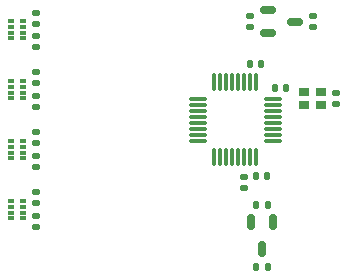
<source format=gbr>
%TF.GenerationSoftware,KiCad,Pcbnew,8.0.3-8.0.3-0~ubuntu23.10.1*%
%TF.CreationDate,2024-08-03T00:22:19-04:00*%
%TF.ProjectId,ADS131M08_Arduino,41445331-3331-44d3-9038-5f4172647569,rev?*%
%TF.SameCoordinates,Original*%
%TF.FileFunction,Paste,Top*%
%TF.FilePolarity,Positive*%
%FSLAX46Y46*%
G04 Gerber Fmt 4.6, Leading zero omitted, Abs format (unit mm)*
G04 Created by KiCad (PCBNEW 8.0.3-8.0.3-0~ubuntu23.10.1) date 2024-08-03 00:22:19*
%MOMM*%
%LPD*%
G01*
G04 APERTURE LIST*
G04 Aperture macros list*
%AMRoundRect*
0 Rectangle with rounded corners*
0 $1 Rounding radius*
0 $2 $3 $4 $5 $6 $7 $8 $9 X,Y pos of 4 corners*
0 Add a 4 corners polygon primitive as box body*
4,1,4,$2,$3,$4,$5,$6,$7,$8,$9,$2,$3,0*
0 Add four circle primitives for the rounded corners*
1,1,$1+$1,$2,$3*
1,1,$1+$1,$4,$5*
1,1,$1+$1,$6,$7*
1,1,$1+$1,$8,$9*
0 Add four rect primitives between the rounded corners*
20,1,$1+$1,$2,$3,$4,$5,0*
20,1,$1+$1,$4,$5,$6,$7,0*
20,1,$1+$1,$6,$7,$8,$9,0*
20,1,$1+$1,$8,$9,$2,$3,0*%
G04 Aperture macros list end*
%ADD10RoundRect,0.140000X-0.140000X-0.170000X0.140000X-0.170000X0.140000X0.170000X-0.140000X0.170000X0*%
%ADD11RoundRect,0.140000X-0.170000X0.140000X-0.170000X-0.140000X0.170000X-0.140000X0.170000X0.140000X0*%
%ADD12R,0.500000X0.320000*%
%ADD13RoundRect,0.140000X0.170000X-0.140000X0.170000X0.140000X-0.170000X0.140000X-0.170000X-0.140000X0*%
%ADD14R,0.900000X0.800000*%
%ADD15RoundRect,0.075000X-0.675000X-0.075000X0.675000X-0.075000X0.675000X0.075000X-0.675000X0.075000X0*%
%ADD16RoundRect,0.075000X-0.075000X-0.675000X0.075000X-0.675000X0.075000X0.675000X-0.075000X0.675000X0*%
%ADD17RoundRect,0.150000X-0.512500X-0.150000X0.512500X-0.150000X0.512500X0.150000X-0.512500X0.150000X0*%
%ADD18RoundRect,0.150000X-0.150000X0.512500X-0.150000X-0.512500X0.150000X-0.512500X0.150000X0.512500X0*%
G04 APERTURE END LIST*
D10*
%TO.C,C2*%
X36220000Y21900000D03*
X37180000Y21900000D03*
%TD*%
D11*
%TO.C,C3*%
X35200000Y21880000D03*
X35200000Y20920000D03*
%TD*%
D12*
%TO.C,RN3*%
X16500000Y33570000D03*
X16500000Y34070000D03*
X16500000Y34570000D03*
X16500000Y35070000D03*
X15500000Y35070000D03*
X15500000Y34570000D03*
X15500000Y34070000D03*
X15500000Y33570000D03*
%TD*%
%TO.C,RN1*%
X16500000Y28490000D03*
X16500000Y28990000D03*
X16500000Y29490000D03*
X16500000Y29990000D03*
X15500000Y29990000D03*
X15500000Y29490000D03*
X15500000Y28990000D03*
X15500000Y28490000D03*
%TD*%
D13*
%TO.C,C5*%
X43000000Y28020000D03*
X43000000Y28980000D03*
%TD*%
D11*
%TO.C,C10*%
X17600000Y25640000D03*
X17600000Y24680000D03*
%TD*%
D13*
%TO.C,C7*%
X17600000Y32840000D03*
X17600000Y33800000D03*
%TD*%
D11*
%TO.C,C12*%
X17600000Y20560000D03*
X17600000Y19600000D03*
%TD*%
D13*
%TO.C,C13*%
X17600000Y17600000D03*
X17600000Y18560000D03*
%TD*%
%TO.C,C9*%
X17600000Y27760000D03*
X17600000Y28720000D03*
%TD*%
D14*
%TO.C,X1*%
X41700000Y29050000D03*
X40300000Y29050000D03*
X40300000Y27950000D03*
X41700000Y27950000D03*
%TD*%
D10*
%TO.C,C17*%
X36250000Y19500000D03*
X37210000Y19500000D03*
%TD*%
D13*
%TO.C,C15*%
X35750000Y34520000D03*
X35750000Y35480000D03*
%TD*%
D10*
%TO.C,C1*%
X35700000Y31400000D03*
X36660000Y31400000D03*
%TD*%
D15*
%TO.C,U1*%
X31275000Y28420000D03*
X31275000Y27920000D03*
X31275000Y27420000D03*
X31275000Y26920000D03*
X31275000Y26420000D03*
X31275000Y25920000D03*
X31275000Y25420000D03*
X31275000Y24920000D03*
D16*
X32700000Y23495000D03*
X33200000Y23495000D03*
X33700000Y23495000D03*
X34200000Y23495000D03*
X34700000Y23495000D03*
X35200000Y23495000D03*
X35700000Y23495000D03*
X36200000Y23495000D03*
D15*
X37625000Y24920000D03*
X37625000Y25420000D03*
X37625000Y25920000D03*
X37625000Y26420000D03*
X37625000Y26920000D03*
X37625000Y27420000D03*
X37625000Y27920000D03*
X37625000Y28420000D03*
D16*
X36200000Y29845000D03*
X35700000Y29845000D03*
X35200000Y29845000D03*
X34700000Y29845000D03*
X34200000Y29845000D03*
X33700000Y29845000D03*
X33200000Y29845000D03*
X32700000Y29845000D03*
%TD*%
D12*
%TO.C,RN4*%
X16500000Y18330000D03*
X16500000Y18830000D03*
X16500000Y19330000D03*
X16500000Y19830000D03*
X15500000Y19830000D03*
X15500000Y19330000D03*
X15500000Y18830000D03*
X15500000Y18330000D03*
%TD*%
D13*
%TO.C,C16*%
X41010000Y34520000D03*
X41010000Y35480000D03*
%TD*%
D17*
%TO.C,U2*%
X37242500Y35950000D03*
X37242500Y34050000D03*
X39517500Y35000000D03*
%TD*%
D11*
%TO.C,C6*%
X17600000Y35710000D03*
X17600000Y34750000D03*
%TD*%
D13*
%TO.C,C11*%
X17600000Y22680000D03*
X17600000Y23640000D03*
%TD*%
D10*
%TO.C,C14*%
X36250000Y14240000D03*
X37210000Y14240000D03*
%TD*%
%TO.C,C4*%
X37820000Y29400000D03*
X38780000Y29400000D03*
%TD*%
D11*
%TO.C,C8*%
X17600000Y30720000D03*
X17600000Y29760000D03*
%TD*%
D12*
%TO.C,RN2*%
X16500000Y23410000D03*
X16500000Y23910000D03*
X16500000Y24410000D03*
X16500000Y24910000D03*
X15500000Y24910000D03*
X15500000Y24410000D03*
X15500000Y23910000D03*
X15500000Y23410000D03*
%TD*%
D18*
%TO.C,U3*%
X37680000Y18007500D03*
X35780000Y18007500D03*
X36730000Y15732500D03*
%TD*%
M02*

</source>
